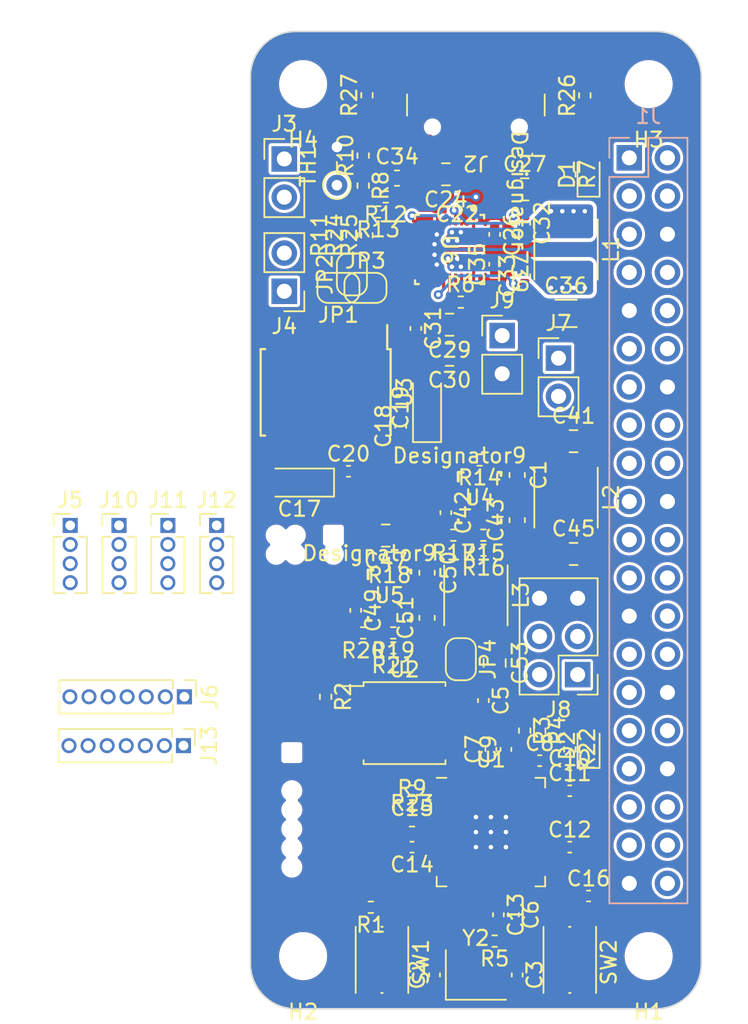
<source format=kicad_pcb>
(kicad_pcb (version 20221018) (generator pcbnew)
  (layers (0 "F.Cu" signal) (31 "B.Cu" signal) (34 "B.Paste" user) (35 "F.Paste" user) (36 "B.SilkS" user "B.Silkscreen") (37 "F.SilkS" user "F.Silkscreen") (38 "B.Mask" user) (39 "F.Mask" user) (44 "Edge.Cuts" user))
  (net 0 "")
  (net 1 "+3V3")
  (net 2 "VBUS")
  (net 5 "GND")
  (net 15 "/MOSI_RPi")
  (net 16 "/MISO_RPi")
  (net 18 "/SCLK_RPi")
  (net 19 "/CE_N_RPI")
  (net 30 "Net-(U1-RUN)")
  (net 31 "Net-(J8-Pin_1)")
  (net 32 "Net-(D2-K)")
  (net 33 "Net-(D2-A)")
  (net 34 "/INT_N_PWR")
  (net 35 "Net-(J10-Pin_3)")
  (net 36 "Net-(J10-Pin_4)")
  (net 37 "Net-(J13-Pin_3)")
  (net 38 "/XIN")
  (net 39 "/XOUT")
  (net 40 "+1V1")
  (net 43 "/QSPI_SS")
  (net 45 "+BATT")
  (net 46 "Net-(J7-Pin_1)")
  (net 47 "/PWMA")
  (net 48 "/PWMB")
  (net 49 "/AIN1")
  (net 50 "/AIN2")
  (net 51 "/BIN1")
  (net 52 "/BIN2")
  (net 57 "Net-(U1-USB_DM)")
  (net 58 "Net-(U1-USB_DP)")
  (net 59 "/QSPI_SD3")
  (net 60 "/QSPI_SCLK")
  (net 61 "/QSPI_SD0")
  (net 62 "/QSPI_SD2")
  (net 63 "/QSPI_SD1")
  (net 64 "/STBY_N")
  (net 65 "+5V")
  (net 66 "/USB_D+")
  (net 67 "/USB_D-")
  (net 72 "/SCL_PWR")
  (net 73 "/SDA_PWR")
  (net 74 "Net-(D1-K)")
  (net 75 "Net-(U6-PMID)")
  (net 76 "Net-(U6-BTST1)")
  (net 77 "/REGN")
  (net 78 "Net-(U6-BATP)")
  (net 79 "Net-(U4-EN)")
  (net 80 "Net-(U4-PG)")
  (net 81 "Net-(U6-BTST2)")
  (net 82 "Net-(U4-VAUX)")
  (net 83 "Net-(U6-SDRV)")
  (net 84 "Net-(U6-SW2)")
  (net 85 "Net-(U6-SW1)")
  (net 86 "Net-(J3-Pin_1)")
  (net 87 "Net-(J3-Pin_2)")
  (net 88 "Net-(J4-Pin_2)")
  (net 89 "Net-(J4-Pin_1)")
  (net 90 "VDD")
  (net 91 "Net-(R1-Pad1)")
  (net 92 "Net-(U4-FB)")
  (net 93 "Net-(U4-L2)")
  (net 94 "Net-(U4-L1)")
  (net 95 "Net-(U5-EN)")
  (net 96 "Net-(U5-PG)")
  (net 97 "Net-(U5-VAUX)")
  (net 98 "Net-(U5-FB)")
  (net 99 "Net-(U5-L2)")
  (net 100 "Net-(U5-L1)")
  (net 103 "Net-(U6-TS)")
  (net 104 "Net-(U6-ILIM_HIZ)")
  (net 105 "Net-(C3-Pad1)")
  (net 106 "Net-(D1-A)")
  (net 107 "Net-(J13-Pin_4)")
  (net 110 "Net-(JP1-A)")
  (net 111 "Net-(JP1-B)")
  (net 112 "Net-(JP2-B)")
  (net 113 "Net-(JP3-B)")
  (net 114 "Net-(J2-CC1)")
  (net 115 "Net-(J2-CC2)")
  (net 116 "Net-(J13-Pin_5)")
  (net 119 "Net-(JP4-A)")
  (net 120 "Net-(J13-Pin_6)")
  (net 121 "Net-(J13-Pin_7)")
  (net 122 "Net-(J8-Pin_2)")
  (footprint "Connector_PinHeader_1.27mm:PinHeader_1x04_P1.27mm_Vertical" (layer "F.Cu") (at 31.25 85.35)
    (fp_text reference "J10")
    (fp_text value "Conn_01x04")
  )
  (footprint "MountingHole:MountingHole_2.7mm" (layer "F.Cu") (at 43.5 114 180)
    (fp_text reference "H2")
    (fp_text value "MountingHole")
  )
  (footprint "Connector_PinHeader_2.54mm:PinHeader_2x03_P2.54mm_Vertical" (layer "F.Cu") (at 61.775 95.275 180)
    (fp_text reference "J8")
    (fp_text value "Conn_02x03_Top_Bottom")
  )
  (footprint "Capacitor_SMD:C_0402_1005Metric" (layer "F.Cu") (at 56.25 67.976234 90)
    (fp_text reference "C35")
    (fp_text value "100n")
  )
  (footprint "Capacitor_SMD:C_0402_1005Metric" (layer "F.Cu") (at 61.25 102)
    (fp_text reference "C10")
    (fp_text value "1u")
  )
  (footprint "Capacitor_SMD:C_0603_1608Metric" (layer "F.Cu") (at 49.75 62.25)
    (fp_text reference "C34")
    (fp_text value "4u7")
  )
  (footprint "Capacitor_SMD:C_0402_1005Metric" (layer "F.Cu") (at 55.5 97 -90)
    (fp_text reference "C5")
    (fp_text value "100n")
  )
  (footprint "Capacitor_SMD:C_0402_1005Metric" (layer "F.Cu") (at 46.52 81.75)
    (fp_text reference "C20")
    (fp_text value "100n")
  )
  (footprint "LED_SMD:LED_0603_1608Metric" (layer "F.Cu") (at 62.5 62 90)
    (fp_text reference "D1")
    (fp_text value "LED")
  )
  (footprint "Connector_PinHeader_1.27mm:PinHeader_1x04_P1.27mm_Vertical" (layer "F.Cu") (at 28 85.35)
    (fp_text reference "J5")
    (fp_text value "Conn_01x04")
  )
  (footprint "Resistor_SMD:R_0402_1005Metric" (layer "F.Cu") (at 48.01 110.75 180)
    (fp_text reference "R1")
    (fp_text value "1k")
  )
  (footprint "Connector_PinHeader_2.54mm:PinHeader_1x02_P2.54mm_Vertical" (layer "F.Cu") (at 60.5 74.225)
    (fp_text reference "J7")
    (fp_text value "Conn_01x02")
  )
  (footprint "Capacitor_SMD:C_0805_2012Metric" (layer "F.Cu") (at 53 61.996234 180)
    (fp_text reference "C24")
    (fp_text value "22u")
  )
  (footprint "Connector_USB:USB_C_Receptacle_GCT_USB4110" (layer "F.Cu") (at 55 56.25 180)
    (fp_text reference "J2")
    (fp_text value "USB_C_Receptacle_USB2.0")
  )
  (footprint "Connector_PinHeader_2.54mm:PinHeader_1x02_P2.54mm_Vertical" (layer "F.Cu") (at 56.75 72.725)
    (fp_text reference "J9")
    (fp_text value "Conn_01x02")
  )
  (footprint "Resistor_SMD:R_0402_1005Metric" (layer "F.Cu") (at 55.5 86 180)
    (fp_text reference "R15")
    (fp_text value "680k")
  )
  (footprint "Capacitor_SMD:C_0402_1005Metric" (layer "F.Cu") (at 59.25 101)
    (fp_text reference "C8")
    (fp_text value "1u")
  )
  (footprint "Jumper:SolderJumper-2_P1.3mm_Open_RoundedPad1.0x1.5mm" (layer "F.Cu") (at 46.75 68.65 90)
    (fp_text reference "JP2")
    (fp_text value "SolderJumper_2_Open")
  )
  (footprint "RNM0015A:RNM0015A" (layer "F.Cu") (at 49.25 90)
    (fp_text reference "U5")
    (fp_text value "TPS630701RNMR")
  )
  (footprint "RQM0029A-MFG:RQM0029A-MFG" (layer "F.Cu") (at 53.25 66.996234 -90)
    (fp_text reference "U6")
    (fp_text value "PQ25792RQMR")
  )
  (footprint "Resistor_SMD:R_0402_1005Metric" (layer "F.Cu") (at 50.75 105)
    (fp_text reference "R23")
    (fp_text value "10k")
  )
  (footprint "Connector_PinHeader_2.54mm:PinHeader_1x02_P2.54mm_Vertical" (layer "F.Cu") (at 42.25 60.975)
    (fp_text reference "J3")
    (fp_text value "Conn_01x02")
  )
  (footprint "Capacitor_SMD:C_0805_2012Metric" (layer "F.Cu") (at 56.25 94.5 -90)
    (fp_text reference "C53")
    (fp_text value "47u")
  )
  (footprint "Crystal:Crystal_SMD_3225-4Pin_3.2x2.5mm" (layer "F.Cu") (at 55 115.25)
    (fp_text reference "Y2")
    (fp_text value "12M")
  )
  (footprint "MountingHole:MountingHole_2.7mm" (layer "F.Cu") (at 43.5 56 180)
    (fp_text reference "H4")
    (fp_text value "MountingHole")
  )
  (footprint "Capacitor_SMD:C_0402_1005Metric" (layer "F.Cu") (at 57.75 115.25 -90)
    (fp_text reference "C3")
    (fp_text value "15p")
  )
  (footprint "Package_SO:SSOP-24_5.3x8.2mm_P0.65mm" (layer "F.Cu") (at 45 76.5 -90)
    (fp_text reference "U3")
    (fp_text value "TB6612FNG")
  )
  (footprint "Capacitor_SMD:C_0805_2012Metric" (layer "F.Cu") (at 61.5 87.25)
    (fp_text reference "C45")
    (fp_text value "47u")
  )
  (footprint "Jumper:SolderJumper-2_P1.3mm_Open_RoundedPad1.0x1.5mm" (layer "F.Cu") (at 45.85 69.55 180)
    (fp_text reference "JP1")
    (fp_text value "SolderJumper_2_Open")
  )
  (footprint "Resistor_SMD:R_0402_1005Metric" (layer "F.Cu") (at 50.75 104)
    (fp_text reference "R9")
    (fp_text value "10k")
  )
  (footprint "Resistor_SMD:R_0402_1005Metric" (layer "F.Cu") (at 55.25 81 180)
    (fp_text reference "R14")
    (fp_text value "10k")
  )
  (footprint "Capacitor_SMD:C_0805_2012Metric" (layer "F.Cu") (at 61.5 79.75)
    (fp_text reference "C41")
    (fp_text value "22u")
  )
  (footprint "Inductor_SMD:L_Vishay_IFSC-1515AH_4x4x1.8mm" (layer "F.Cu") (at 55 90 -90)
    (fp_text reference "L3")
    (fp_text value "1u")
  )
  (footprint "Capacitor_Tantalum_SMD:CP_EIA-3216-18_Kemet-A" (layer "F.Cu") (at 51.75 77.5 90)
    (fp_text reference "C19")
    (fp_text value "10u")
  )
  (footprint "Package_SO:SOIC-8_5.23x5.23mm_P1.27mm" (layer "F.Cu") (at 50.25 98.5)
    (fp_text reference "U2")
    (fp_text value "W25Q128JVS")
  )
  (footprint "Capacitor_SMD:C_0402_1005Metric" (layer "F.Cu") (at 56 100.25 90)
    (fp_text reference "C7")
    (fp_text value "100n")
  )
  (footprint "Resistor_SMD:R_0402_1005Metric" (layer "F.Cu") (at 59.25 99 -90)
    (fp_text reference "R4")
    (fp_text value "27R")
  )
  (footprint "Connector_PinHeader_1.27mm:PinHeader_1x04_P1.27mm_Vertical" (layer "F.Cu") (at 34.5 85.35)
    (fp_text reference "J11")
    (fp_text value "Conn_01x04")
  )
  (footprint "Capacitor_SMD:C_0402_1005Metric" (layer "F.Cu") (at 57.5 111.25 -90)
    (fp_text reference "C6")
    (fp_text value "100n")
  )
  (footprint "Resistor_SMD:R_0402_1005Metric" (layer "F.Cu") (at 46.75 66.05 90)
    (fp_text reference "R24")
    (fp_text value "6k04")
  )
  (footprint "Capacitor_SMD:C_0402_1005Metric" (layer "F.Cu") (at 47 91 -90)
    (fp_text reference "C49")
    (fp_text value "100n")
  )
  (footprint "Capacitor_SMD:C_0402_1005Metric" (layer "F.Cu") (at 57 100.25 90)
    (fp_text reference "C9")
    (fp_text value "100n")
  )
  (footprint "Resistor_SMD:R_0402_1005Metric" (layer "F.Cu") (at 47.75 66.06 90)
    (fp_text reference "R25")
    (fp_text value "10k5")
  )
  (footprint "Capacitor_SMD:C_0402_1005Metric" (layer "F.Cu") (at 61.25 103)
    (fp_text reference "C11")
    (fp_text value "100n")
  )
  (footprint "Capacitor_SMD:C_0402_1005Metric" (layer "F.Cu") (at 58.25 68.75 90)
    (fp_text reference "C33")
    (fp_text value "47n")
  )
  (footprint "Resistor_THT:R_Axial_DIN0204_L3.6mm_D1.6mm_P2.54mm_Vertical" (layer "F.Cu") (at 45.75 62.72 90)
    (fp_text reference "TH1")
    (fp_text value "10k")
  )
  (footprint "Resistor_SMD:R_0402_1005Metric" (layer "F.Cu") (at 49.5 92.5 180)
    (fp_text reference "R19")
    (fp_text value "470k")
  )
  (footprint "Connector_PinHeader_1.27mm:PinHeader_1x07_P1.27mm_Vertical" (layer "F.Cu") (at 35.54 100 -90)
    (fp_text reference "J13")
    (fp_text value "Conn_01x07")
  )
  (footprint "Resistor_SMD:R_0402_1005Metric" (layer "F.Cu") (at 49.25 87.5 180)
    (fp_text reference "R18")
    (fp_text value "10k")
  )
  (footprint "Capacitor_SMD:C_0603_1608Metric" (layer "F.Cu") (at 51.75 88.5 -90)
    (fp_text reference "C50")
    (fp_text value "10u")
  )
  (footprint "Resistor_SMD:R_0402_1005Metric" (layer "F.Cu") (at 47.5 62.75 -90)
    (fp_text reference "R8")
    (fp_text value "5k24")
  )
  (footprint "Capacitor_SMD:C_0603_1608Metric" (layer "F.Cu") (at 57.75 85 90)
    (fp_text reference "C43")
    (fp_text value "10u")
  )
  (footprint "Jumper:SolderJumper-2_P1.3mm_Open_RoundedPad1.0x1.5mm" (layer "F.Cu") (at 47.65 69.55)
    (fp_text reference "JP3")
    (fp_text value "SolderJumper_2_Open")
  )
  (footprint "Resistor_SMD:R_0402_1005Metric" (layer "F.Cu") (at 45 96.75 -90)
    (fp_text reference "R2")
    (fp_text value "10k")
  )
  (footprint "Button_Switch_SMD:SW_Push_1P1T_NO_Vertical_Wuerth_434133025816" (layer "F.Cu") (at 48.75 114.25 -90)
    (fp_text reference "SW1")
    (fp_text value "SW_Push")
  )
  (footprint "Resistor_SMD:R_0402_1005Metric" (layer "F.Cu") (at 61.25 62 -90)
    (fp_text reference "R7")
    (fp_text value "3k3")
  )
  (footprint "Capacitor_SMD:C_0402_1005Metric" (layer "F.Cu") (at 58.25 65.25 -90)
    (fp_text reference "C32")
    (fp_text value "47n")
  )
  (footprint "Capacitor_SMD:C_0402_1005Metric" (layer "F.Cu") (at 56.25 65.996234 -90)
    (fp_text reference "C26")
    (fp_text value "100n")
  )
  (footprint "Resistor_SMD:R_0402_1005Metric" (layer "F.Cu") (at 56.25 113 180)
    (fp_text reference "R5")
    (fp_text value "1k")
  )
  (footprint "Resistor_SMD:R_0402_1005Metric" (layer "F.Cu") (at 47.5 92.5 180)
    (fp_text reference "R20")
    (fp_text value "150k")
  )
  (footprint "Resistor_SMD:R_0402_1005Metric" (layer "F.Cu") (at 48.5 64.5 180)
    (fp_text reference "R13")
    (fp_text value "100k")
  )
  (footprint "Capacitor_SMD:C_0402_1005Metric" (layer "F.Cu") (at 51 72.25 -90)
    (fp_text reference "C31")
    (fp_text value "1n")
  )
  (footprint "Resistor_SMD:R_0402_1005Metric" (layer "F.Cu") (at 55.5 87 180)
    (fp_text reference "R16")
    (fp_text value "100k")
  )
  (footprint "Capacitor_SMD:C_0805_2012Metric" (layer "F.Cu") (at 58.25 63)
    (fp_text reference "C27")
    (fp_text value "22u")
  )
  (footprint "Connector_PinHeader_2.54mm:PinHeader_1x02_P2.54mm_Vertical" (layer "F.Cu") (at 42.25 69.775 180)
    (fp_text reference "J4")
    (fp_text value "Conn_01x02")
  )
  (footprint "Capacitor_SMD:C_0402_1005Metric" (layer "F.Cu") (at 53.75 63.496234 180)
    (fp_text reference "C22")
    (fp_text value "100n")
  )
  (footprint "Capacitor_SMD:C_0805_2012Metric" (layer "F.Cu") (at 49 86.025 180)
    (fp_text reference "C47")
    (fp_text value "22u")
  )
  (footprint "Capacitor_SMD:C_0805_2012Metric" (layer "F.Cu") (at 53.25 74 180)
    (fp_text reference "C30")
    (fp_text value "10u")
  )
  (footprint "Capacitor_Tantalum_SMD:CP_EIA-3216-18_Kemet-A" (layer "F.Cu") (at 43.25 82.5 180)
    (fp_text reference "C17")
    (fp_text value "10u")
  )
  (footprint "Resistor_SMD:R_0402_1005Metric" (layer "F.Cu") (at 58.25 99 -90)
    (fp_text reference "R3")
    (fp_text value "27R")
  )
  (footprint "Inductor_SMD:L_Vishay_IFSC-1515AH_4x4x1.8mm" (layer "F.Cu") (at 61 67 -90)
    (fp_text reference "L1")
    (fp_text value "1u")
  )
  (footprint "Capacitor_SMD:C_0603_1608Metric" (layer "F.Cu") (at 57.75 82 -90)
    (fp_text reference "C1")
    (fp_text value "10u")
  )
  (footprint "Capacitor_SMD:C_0603_1608Metric" (layer "F.Cu") (at 51.75 91.5 90)
    (fp_text reference "C51")
    (fp_text value "10u")
  )
  (footprint "Connector_PinHeader_1.27mm:PinHeader_1x04_P1.27mm_Vertical" (layer "F.Cu") (at 37.75 85.35)
    (fp_text reference "J12")
    (fp_text value "Conn_01x04")
  )
  (footprint "Capacitor_SMD:C_0402_1005Metric" (layer "F.Cu") (at 50 78.75 90)
    (fp_text reference "C18")
    (fp_text value "100n")
  )
  (footprint "Resistor_SMD:R_0402_1005Metric" (layer "F.Cu") (at 53.5 86 180)
    (fp_text reference "R17")
    (fp_text value "130k")
  )
  (footprint "Capacitor_SMD:C_0402_1005Metric" (layer "F.Cu") (at 56.5 111.25 -90)
    (fp_text reference "C13")
    (fp_text value "100n")
  )
  (footprint "LED_SMD:LED_0603_1608Metric" (layer "F.Cu") (at 62.5 100 90)
    (fp_text reference "D2")
    (fp_text value "LED")
  )
  (footprint "Capacitor_SMD:C_0805_2012Metric" (layer "F.Cu") (at 53.25 72 180)
    (fp_text reference "C29")
    (fp_text value "10u")
  )
  (footprint "Capacitor_SMD:C_1206_3216Metric" (layer "F.Cu") (at 61 71.25)
    (fp_text reference "C36")
    (fp_text value "47u")
  )
  (footprint "Resistor_SMD:R_0402_1005Metric" (layer "F.Cu") (at 62.25 56.75 90)
    (fp_text reference "R26")
    (fp_text value "5k1")
  )
  (footprint "Resistor_SMD:R_0402_1005Metric" (layer "F.Cu") (at 49.5 93.5 180)
    (fp_text reference "R21")
    (fp_text value "100k")
  )
  (footprint "Capacitor_SMD:C_0402_1005Metric" (layer "F.Cu") (at 61.25 106.75)
    (fp_text reference "C12")
    (fp_text value "100n")
  )
  (footprint "Capacitor_SMD:C_0402_1005Metric" (layer "F.Cu") (at 53 84.5 -90)
    (fp_text reference "C42")
    (fp_text value "100n")
  )
  (footprint "Resistor_SMD:R_0402_1005Metric" (layer "F.Cu") (at 61.25 100.25 -90)
    (fp_text reference "R22")
    (fp_text value "1k")
  )
  (footprint "Capacitor_SMD:C_0402_1005Metric" (layer "F.Cu") (at 50.75 106.75 180)
    (fp_text reference "C14")
    (fp_text value "100n")
  )
  (footprint "Resistor_SMD:R_0402_1005Metric" (layer "F.Cu") (at 49 63.5 180)
    (fp_text reference "R12")
    (fp_text value "127k")
  )
  (footprint "Resistor_SMD:R_0402_1005Metric" (layer "F.Cu") (at 47.75 56.74 90)
    (fp_text reference "R27")
    (fp_text value "5k1")
  )
  (footprint "Package_DFN_QFN:QFN-56-1EP_7x7mm_P0.4mm_EP3.2x3.2mm" (layer "F.Cu") (at 56 105.75)
    (fp_text reference "U1")
    (fp_text value "RP2040")
  )
  (footprint "Capacitor_SMD:C_0402_1005Metric" (layer "F.Cu") (at 50.75 103 180)
    (fp_text reference "C15")
    (fp_text value "100n")
  )
  (footprint "MountingHole:MountingHole_2.7mm" (layer "F.Cu") (at 66.5 56 180)
    (fp_text reference "H3")
    (fp_text value "MountingHole")
  )
  (footprint "Resistor_SMD:R_0402_1005Metric" (layer "F.Cu") (at 54 70.5)
    (fp_text reference "R6")
    (fp_text value "100R")
  )
  (footprint "Button_Switch_SMD:SW_Push_1P1T_NO_Vertical_Wuerth_434133025816" (layer "F.Cu") (at 61.25 114.25 -90)
    (fp_text reference "SW2")
    (fp_text value "SW_Push")
  )
  (footprint "Connector_PinHeader_1.27mm:PinHeader_1x07_P1.27mm_Vertical" (layer "F.Cu") (at 35.6 96.75 -90)
    (fp_text reference "J6")
    (fp_text value "Conn_01x07")
  )
  (footprint "Capacitor_SMD:C_0402_1005Metric" (layer "F.Cu") (at 52.25 115.25 90)
    (fp_text reference "C2")
    (fp_text value "15p")
  )
  (footprint "Jumper:SolderJumper-2_P1.3mm_Open_RoundedPad1.0x1.5mm" (layer "F.Cu") (at 54 94.25 -90)
    (fp_text reference "JP4")
    (fp_text value "SolderJumper_2_Open")
  )
  (footprint "Resistor_SMD:R_0402_1005Metric" (layer "F.Cu") (at 45.75 66.05 90)
    (fp_text reference "R11")
    (fp_text value "3k")
  )
  (footprint "MountingHole:MountingHole_2.7mm" (layer "F.Cu") (at 66.5 114 180)
    (fp_text reference "H1")
    (fp_text value "MountingHole")
  )
  (footprint "RNM0015A:RNM0015A" (layer "F.Cu") (at 55.25 83.5)
    (fp_text reference "U4")
    (fp_text value "TPS630701RNMR")
  )
  (footprint "Inductor_SMD:L_Vishay_IFSC-1515AH_4x4x1.8mm" (layer "F.Cu") (at 61 83.5 -90)
    (fp_text reference "L2")
    (fp_text value "1u")
  )
  (footprint "Capacitor_SMD:C_0402_1005Metric" (layer "F.Cu") (at 62.5 110)
    (fp_text reference "C16")
    (fp_text value "100n")
  )
  (footprint "Resistor_SMD:R_0402_1005Metric" (layer "F.Cu") (at 47.5 60.75 90)
    (fp_text reference "R10")
    (fp_text value "30k31")
  )
  (footprint "Connector_PinSocket_2.54mm:PinSocket_2x20_P2.54mm_Vertical" (layer "B.Cu") (at 65.21 60.9 180)
    (fp_text reference "J1")
    (fp_text value "Raspberry_Pi_2_3")
  )
  (gr_line (start 43 52.5) (end 67 52.5) (stroke (width 0.1)) (layer "Edge.Cuts"))
  (gr_arc (start 70 114.5) (mid 69.12132 116.62132) (end 67 117.5) (stroke (width 0.1)) (layer "Edge.Cuts"))
  (gr_arc (start 67 52.5) (mid 69.12132 53.37868) (end 70 55.5) (stroke (width 0.1)) (layer "Edge.Cuts"))
  (gr_arc (start 40 55.5) (mid 40.87868 53.37868) (end 43 52.5) (stroke (width 0.1)) (layer "Edge.Cuts"))
  (gr_line (start 67 117.5) (end 43 117.5) (stroke (width 0.1)) (layer "Edge.Cuts"))
  (gr_line (start 70 55.5) (end 70 114.5) (stroke (width 0.1)) (layer "Edge.Cuts"))
  (gr_line (start 40 114.5) (end 40 55.5) (stroke (width 0.1)) (layer "Edge.Cuts"))
  (gr_arc (start 43 117.5) (mid 40.87868 116.62132) (end 40 114.5) (stroke (width 0.1)) (layer "Edge.Cuts"))
  (segment (start 54.233766 63.5) (end 54.23 63.496234) (width 0.2) (layer "F.Cu") (net 2))
  (segment (start 51.312501 65.583735) (end 51.312501 65.312501) (width 0.2) (layer "F.Cu") (net 2))
  (segment (start 51.312501 65.312501) (end 50.75 64.75) (width 0.2) (layer "F.Cu") (net 2))
  (segment (start 55 63.5) (end 54.233766 63.5) (width 0.2) (layer "F.Cu") (net 2))
  (via (at 55 63.5) (size 0.6) (drill 0.3) (layers "F.Cu" "B.Cu") (net 2))
  (via (at 50.75 64.75) (size 0.6) (drill 0.3) (layers "F.Cu" "B.Cu") (net 2))
  (segment (start 52.420235 64.75) (end 53.670235 63.5) (width 0.2) (layer "B.Cu") (net 2))
  (segment (start 50.75 64.75) (end 52.420235 64.75) (width 0.2) (layer "B.Cu") (net 2))
  (segment (start 53.670235 63.5) (end 55 63.5) (width 0.2) (layer "B.Cu") (net 2))
  (segment (start 54.949999 66.996234) (end 52.853766 66.996234) (width 0.3) (layer "F.Cu") (net 5))
  (via (at 55 105.75) (size 0.6) (drill 0.3) (layers "F.Cu" "B.Cu") (net 5))
  (via (at 52.25 66.65) (size 0.6) (drill 0.3) (layers "F.Cu" "B.Cu") (net 5))
  (via (at 52.25 67.35) (size 0.6) (drill 0.3) (layers "F.Cu" "B.Cu") (net 5))
  (via (at 57 106.75) (size 0.6) (drill 0.3) (layers "F.Cu" "B.Cu") (net 5))
  (via (at 57 104.75) (size 0.6) (drill 0.3) (layers "F.Cu" "B.Cu") (net 5))
  (via (at 55 104.75) (size 0.6) (drill 0.3) (layers "F.Cu" "B.Cu") (net 5))
  (via (at 55 106.75) (size 0.6) (drill 0.3) (layers "F.Cu" "B.Cu") (net 5))
  (via (at 56 105.75) (size 0.6) (drill 0.3) (layers "F.Cu" "B.Cu") (net 5))
  (via (at 56 104.75) (size 0.6) (drill 0.3) (layers "F.Cu" "B.Cu") (net 5))
  (via (at 52.4 68) (size 0.6) (drill 0.3) (layers "F.Cu" "B.Cu") (net 5))
  (via (at 56 106.75) (size 0.6) (drill 0.3) (layers "F.Cu" "B.Cu") (net 5))
  (via (at 57 105.75) (size 0.6) (drill 0.3) (layers "F.Cu" "B.Cu") (net 5))
  (via (at 52.4 66) (size 0.6) (drill 0.3) (layers "F.Cu" "B.Cu") (net 5))
  (segment (start 53.649999 64.491482) (end 53.553285 64.394768) (width 0.2) (layer "F.Cu") (net 76))
  (segment (start 57.5 64.75) (end 58.23 64.75) (width 0.2) (layer "F.Cu") (net 76))
  (segment (start 53.649999 65.096235) (end 53.649999 64.491482) (width 0.2) (layer "F.Cu") (net 76))
  (segment (start 58.23 64.75) (end 58.25 64.77) (width 0.2) (layer "F.Cu") (net 76))
  (via (at 57.5 64.75) (size 0.6) (drill 0.3) (layers "F.Cu" "B.Cu") (net 76))
  (via (at 53.553285 64.394768) (size 0.6) (drill 0.3) (layers "F.Cu" "B.Cu") (net 76))
  (segment (start 53.553285 64.394768) (end 54.408517 65.25) (width 0.2) (layer "B.Cu") (net 76))
  (segment (start 54.408517 65.25) (end 57 65.25) (width 0.2) (layer "B.Cu") (net 76))
  (segment (start 57 65.25) (end 57.5 64.75) (width 0.2) (layer "B.Cu") (net 76))
  (segment (start 52.850001 69.649999) (end 52.850001 68.856233) (width 0.2) (layer "F.Cu") (net 81))
  (segment (start 52.5 70) (end 52.850001 69.649999) (width 0.2) (layer "F.Cu") (net 81))
  (segment (start 58.23 69.25) (end 58.25 69.23) (width 0.2) (layer "F.Cu") (net 81))
  (segment (start 57.5 69.25) (end 58.23 69.25) (width 0.2) (layer "F.Cu") (net 81))
  (via (at 57.5 69.25) (size 0.6) (drill 0.3) (layers "F.Cu" "B.Cu") (net 81))
  (via (at 52.5 70) (size 0.6) (drill 0.3) (layers "F.Cu" "B.Cu") (net 81))
  (segment (start 57.5 69.25) (end 57 68.75) (width 0.2) (layer "B.Cu") (net 81))
  (segment (start 53.75 68.75) (end 52.5 70) (width 0.2) (layer "B.Cu") (net 81))
  (segment (start 57 68.75) (end 53.75 68.75) (width 0.2) (layer "B.Cu") (net 81))
  (segment (start 53.4 67.85) (end 53.15 67.6) (width 0.6) (layer "F.Cu") (net 84))
  (segment (start 53.903767 67.446233) (end 53.75 67.6) (width 0.2) (layer "F.Cu") (net 84))
  (segment (start 54 68.146232) (end 54 67.85) (width 0.6) (layer "F.Cu") (net 84))
  (segment (start 60.795 68.27) (end 61 68.475) (width 0.2) (layer "F.Cu") (net 84))
  (segment (start 54.2 67.446233) (end 53.903767 67.446233) (width 0.2) (layer "F.Cu") (net 84))
  (segment (start 58.25 68.27) (end 60.795 68.27) (width 0.2) (layer "F.Cu") (net 84))
  (segment (start 54.2 67.446233) (end 54.2 67.946232) (width 0.2) (layer "F.Cu") (net 84))
  (segment (start 54.949999 67.446233) (end 54.2 67.446233) (width 0.2) (layer "F.Cu") (net 84))
  (segment (start 54 67.85) (end 53.75 67.6) (width 0.6) (layer "F.Cu") (net 84))
  (segment (start 53.15 67.6) (end 53.75 67.6) (width 0.6) (layer "F.Cu") (net 84))
  (segment (start 54.2 67.946232) (end 54 68.146232) (width 0.2) (layer "F.Cu") (net 84))
  (segment (start 53.4 68.146232) (end 53.4 67.85) (width 0.6) (layer "F.Cu") (net 84))
  (segment (start 53.4 68.146232) (end 54 68.146232) (width 0.6) (layer "F.Cu") (net 84))
  (via (at 62.25 69.55) (size 0.6) (drill 0.3) (layers "F.Cu" "B.Cu") (net 84))
  (via (at 60.75 69.55) (size 0.6) (drill 0.3) (layers "F.Cu" "B.Cu") (net 84))
  (via (at 54 68.146232) (size 0.6) (drill 0.3) (layers "F.Cu" "B.Cu") (net 84))
  (via (at 61.5 69.55) (size 0.6) (drill 0.3) (layers "F.Cu" "B.Cu") (net 84))
  (via (at 60 69.55) (size 0.6) (drill 0.3) (layers "F.Cu" "B.Cu") (net 84))
  (via (at 53.4 68.146232) (size 0.6) (drill 0.3) (layers "F.Cu" "B.Cu") (net 84))
  (via (at 53.75 67.6) (size 0.6) (drill 0.3) (layers "F.Cu" "B.Cu") (net 84))
  (via (at 53.15 67.6) (size 0.6) (drill 0.3) (layers "F.Cu" "B.Cu") (net 84))
  (segment (start 53.4 68.146232) (end 53.403768 68.15) (width 0.6) (layer "B.Cu") (net 84))
  (segment (start 53.15 67.6) (end 58.303765 67.6) (width 0.6) (layer "B.Cu") (net 84))
  (segment (start 58.146235 68.15) (end 58.25 68.046235) (width 0.6) (layer "B.Cu") (net 84))
  (segment (start 53.403768 68.15) (end 58.146235 68.15) (width 0.6) (layer "B.Cu") (net 84))
  (segment (start 58.303765 67.6) (end 59.5 68.796235) (width 0.6) (layer "B.Cu") (net 84))
  (segment (start 58.25 65.73) (end 60.795 65.73) (width 0.2) (layer "F.Cu") (net 85))
  (segment (start 53.4 65.85) (end 53.4 66.15) (width 0.6) (layer "F.Cu") (net 85))
  (segment (start 54.2 66.045724) (end 54 65.845724) (width 0.2) (layer "F.Cu") (net 85))
  (segment (start 53.4 65.85) (end 53.403766 65.846234) (width 0.6) (layer "F.Cu") (net 85))
  (segment (start 53.403766 65.846234) (end 54 65.846234) (width 0.6) (layer "F.Cu") (net 85))
  (segment (start 54.949999 66.546235) (end 54.2 66.546235) (width 0.2) (layer "F.Cu") (net 85))
  (segment (start 54 66.15) (end 53.75 66.4) (width 0.6) (layer "F.Cu") (net 85))
  (segment (start 54 65.845724) (end 54 66.15) (width 0.6) (layer "F.Cu") (net 85))
  (segment (start 53.15 66.4) (end 53.75 66.4) (width 0.6) (layer "F.Cu") (net 85))
  (segment (start 53.896235 66.546235) (end 53.75 66.4) (width 0.2) (layer "F.Cu") (net 85))
  (segment (start 54.2 66.546235) (end 53.896235 66.546235) (width 0.2) (layer "F.Cu") (net 85))
  (segment (start 54.2 66.546235) (end 54.2 66.045724) (width 0.2) (layer "F.Cu") (net 85))
  (segment (start 53.4 66.15) (end 53.15 66.4) (width 0.6) (layer "F.Cu") (net 85))
  (segment (start 60.795 65.73) (end 61 65.525) (width 0.2) (layer "F.Cu") (net 85))
  (via (at 54 65.845724) (size 0.6) (drill 0.3) (layers "F.Cu" "B.Cu") (net 85))
  (via (at 61.5 64.45) (size 0.6) (drill 0.3) (layers "F.Cu" "B.Cu") (net 85))
  (via (at 53.15 66.4) (size 0.6) (drill 0.3) (layers "F.Cu" "B.Cu") (net 85))
  (via (at 60 64.45) (size 0.6) (drill 0.3) (layers "F.Cu" "B.Cu") (net 85))
  (via (at 53.75 66.4) (size 0.6) (drill 0.3) (layers "F.Cu" "B.Cu") (net 85))
  (via (at 62.25 64.45) (size 0.6) (drill 0.3) (layers "F.Cu" "B.Cu") (net 85))
  (via (at 60.75 64.45) (size 0.6) (drill 0.3) (layers "F.Cu" "B.Cu") (net 85))
  (via (at 53.4 65.85) (size 0.6) (drill 0.3) (layers "F.Cu" "B.Cu") (net 85))
  (segment (start 58.35 66.4) (end 59.5 65.25) (width 0.6) (layer "B.Cu") (net 85))
  (segment (start 58.1 65.85) (end 58.25 66) (width 0.6) (layer "B.Cu") (net 85))
  (segment (start 53.15 66.4) (end 58.35 66.4) (width 0.6) (layer "B.Cu") (net 85))
  (segment (start 53.4 65.85) (end 58.1 65.85) (width 0.6) (layer "B.Cu") (net 85))
  (zone (net 2) (net_name "VBUS") (layer "F.Cu") (priority 1) (connect_pads yes (clearance 0.25)) (min_thickness 0.2) (fill yes (thermal_gap 0.5) (thermal_bridge_width 0.5) (smoothing fillet) (radius 0.3))
    (polygon (pts (xy 52.25 60) (xy 57.75 60) (xy 57.75 61.5) (xy 56.5 61.5) (xy 55.75 62.25) (xy 55.75 64) (xy 55 64.75) (xy 54.75 64.75) (xy 54.75 65.5) (xy 51.85 65.5) (xy 51.85 65.75) (xy 51 65.75) (xy 51 65.25) (xy 50.75 65.25) (xy 50.75 64.75) (xy 51.5 64.75) (xy 53.25 64.75) (xy 53.25 62.75) (xy 53.25 61.75) (xy 52.25 60.75)))
  )
  (zone (net 5) (net_name "GND") (layers "F&B.Cu") (connect_pads yes (clearance 0.2)) (min_thickness 0.2) (fill yes (thermal_gap 0.5) (thermal_bridge_width 0.5) (smoothing fillet) (radius 0.25))
    (polygon (pts (xy 40 52.5) (xy 70 52.5) (xy 70 117.5) (xy 40 117.5)))
  )
  (zone (net 84) (net_name "Net-(U6-SW2)") (layers "F&B.Cu") (priority 2) (connect_pads yes (clearance 0.25)) (min_thickness 0.2) (fill yes (thermal_gap 0.5) (thermal_bridge_width 0.5) (smoothing fillet) (radius 0.25))
    (polygon (pts (xy 57.75 68.75) (xy 58.5 68.75) (xy 59.75 70) (xy 62.8 70) (xy 62.8 67.75) (xy 58.5 67.75) (xy 57.75 67.75)))
  )
  (zone (net 85) (net_name "Net-(U6-SW1)") (layers "F&B.Cu") (priority 2) (connect_pads yes (clearance 0.25)) (min_thickness 0.2) (fill yes (thermal_gap 0.5) (thermal_bridge_width 0.5) (smoothing fillet) (radius 0.25))
    (polygon (pts (xy 57.75 65.25) (xy 58.5 65.25) (xy 59.75 64) (xy 62.8 64) (xy 62.8 66.25) (xy 58.5 66.25) (xy 57.75 66.25)))
  )
)
</source>
